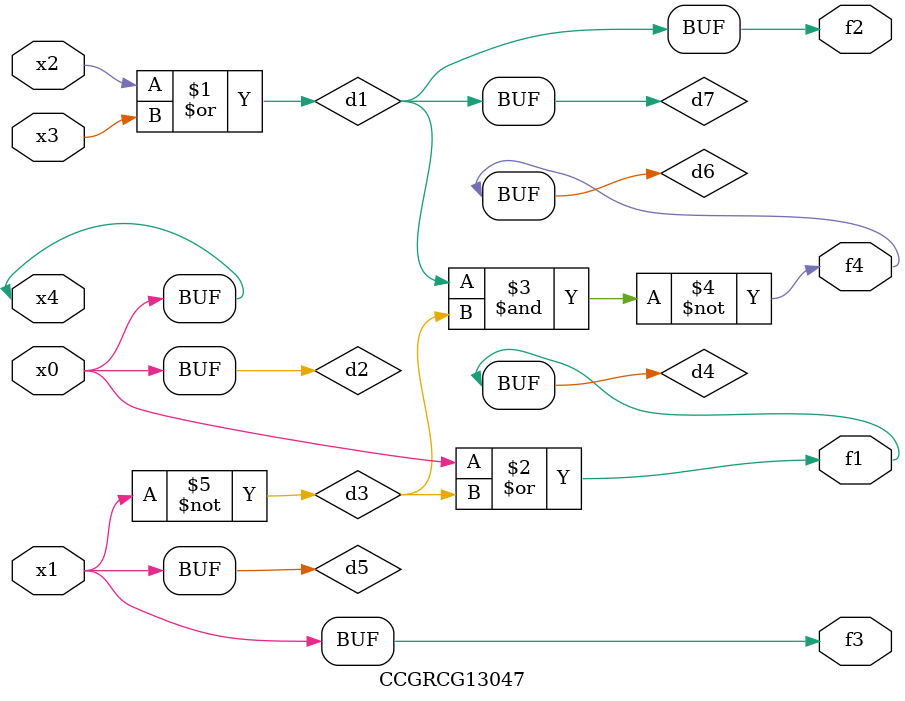
<source format=v>
module CCGRCG13047(
	input x0, x1, x2, x3, x4,
	output f1, f2, f3, f4
);

	wire d1, d2, d3, d4, d5, d6, d7;

	or (d1, x2, x3);
	buf (d2, x0, x4);
	not (d3, x1);
	or (d4, d2, d3);
	not (d5, d3);
	nand (d6, d1, d3);
	or (d7, d1);
	assign f1 = d4;
	assign f2 = d7;
	assign f3 = d5;
	assign f4 = d6;
endmodule

</source>
